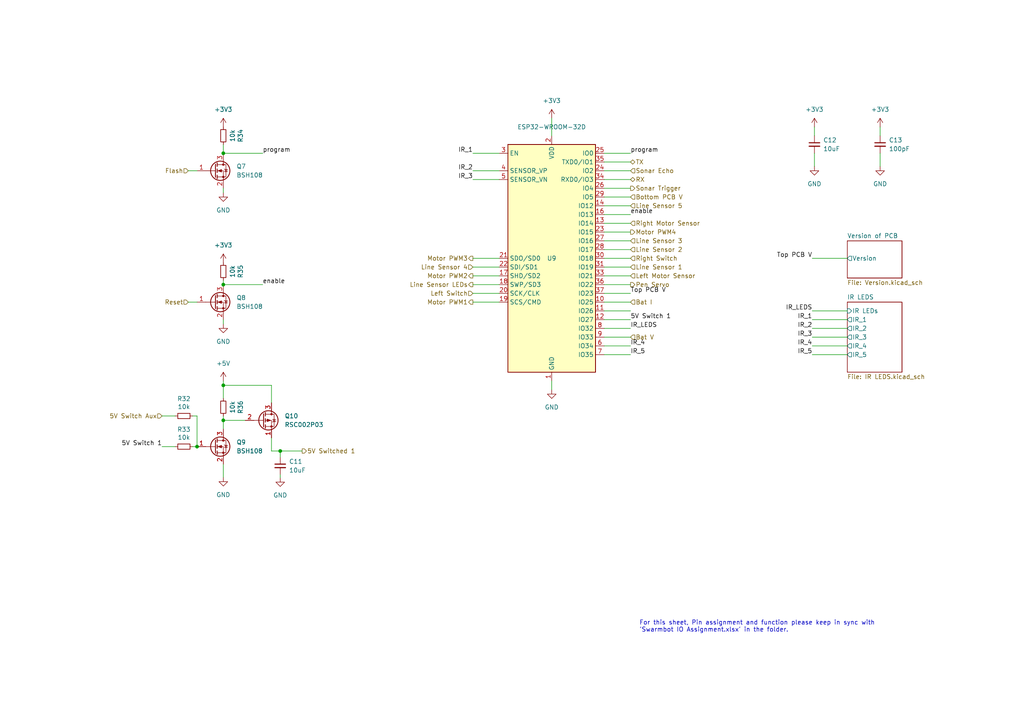
<source format=kicad_sch>
(kicad_sch (version 20210621) (generator eeschema)
  (paper "A4")
  (title_block (title "Swarmbot") (date "2021-11-21") (rev "0.2") (company "Squashed Fly") (comment 1 "Design by Philip McGaw"))
  (lib_symbols
    (symbol "Device:C_Small" (pin_numbers hide) (pin_names (offset 0.254) hide)
      (property "Reference" "C" (at 0.254 1.778 0))
      (property "Value" "C_Small" (at 0.254 -2.032 0))
      (symbol "C_Small_0_1"
        (polyline (pts (xy -1.524 -0.508) (xy 1.524 -0.508)) (stroke (width 0.3302)))
        (polyline (pts (xy -1.524 0.508) (xy 1.524 0.508)) (stroke (width 0.3048)))
      )
      (symbol "C_Small_1_1"
        (pin passive line (at 0 2.54 270) (length 2.032) (name "~") (number "1"))
        (pin passive line (at 0 -2.54 90) (length 2.032) (name "~") (number "2"))
      )
    )
    (symbol "Device:Q_NMOS_GSD" (pin_names (offset 0) hide)
      (property "Reference" "Q" (at 5.08 1.27 0))
      (property "Value" "Q_NMOS_GSD" (at 5.08 -1.27 0))
      (symbol "Q_NMOS_GSD_0_1"
        (polyline (pts (xy 0.254 0) (xy -2.54 0)))
        (polyline (pts (xy 0.254 1.905) (xy 0.254 -1.905)) (stroke (width 0.254)))
        (polyline (pts (xy 0.762 -1.27) (xy 0.762 -2.286)) (stroke (width 0.254)))
        (polyline (pts (xy 0.762 0.508) (xy 0.762 -0.508)) (stroke (width 0.254)))
        (polyline (pts (xy 0.762 2.286) (xy 0.762 1.27)) (stroke (width 0.254)))
        (polyline (pts (xy 2.54 2.54) (xy 2.54 1.778)))
        (polyline (pts (xy 2.54 -2.54) (xy 2.54 0) (xy 0.762 0)))
        (polyline (pts (xy 0.762 -1.778) (xy 3.302 -1.778) (xy 3.302 1.778) (xy 0.762 1.778)))
        (polyline (pts (xy 1.016 0) (xy 2.032 0.381) (xy 2.032 -0.381) (xy 1.016 0)) (fill (type outline)))
        (polyline (pts (xy 2.794 0.508) (xy 2.921 0.381) (xy 3.683 0.381) (xy 3.81 0.254)))
        (polyline (pts (xy 3.302 0.381) (xy 2.921 -0.254) (xy 3.683 -0.254) (xy 3.302 0.381)))
        (circle (center 1.651 0) (radius 2.794) (stroke (width 0.254)))
        (circle (center 2.54 -1.778) (radius 0.254) (fill (type outline)))
        (circle (center 2.54 1.778) (radius 0.254) (fill (type outline)))
      )
      (symbol "Q_NMOS_GSD_1_1"
        (pin input line (at -5.08 0 0) (length 2.54) (name "G") (number "1"))
        (pin passive line (at 2.54 -5.08 90) (length 2.54) (name "S") (number "2"))
        (pin passive line (at 2.54 5.08 270) (length 2.54) (name "D") (number "3"))
      )
    )
    (symbol "Device:Q_PMOS_SGD" (pin_names (offset 0) hide)
      (property "Reference" "Q" (at 5.08 1.27 0))
      (property "Value" "Q_PMOS_SGD" (at 5.08 -1.27 0))
      (symbol "Q_PMOS_SGD_0_1"
        (polyline (pts (xy 0.254 0) (xy -2.54 0)))
        (polyline (pts (xy 0.254 1.905) (xy 0.254 -1.905)) (stroke (width 0.254)))
        (polyline (pts (xy 0.762 -1.27) (xy 0.762 -2.286)) (stroke (width 0.254)))
        (polyline (pts (xy 0.762 0.508) (xy 0.762 -0.508)) (stroke (width 0.254)))
        (polyline (pts (xy 0.762 2.286) (xy 0.762 1.27)) (stroke (width 0.254)))
        (polyline (pts (xy 2.54 2.54) (xy 2.54 1.778)))
        (polyline (pts (xy 2.54 -2.54) (xy 2.54 0) (xy 0.762 0)))
        (polyline (pts (xy 0.762 1.778) (xy 3.302 1.778) (xy 3.302 -1.778) (xy 0.762 -1.778)))
        (polyline (pts (xy 2.286 0) (xy 1.27 0.381) (xy 1.27 -0.381) (xy 2.286 0)) (fill (type outline)))
        (polyline (pts (xy 2.794 -0.508) (xy 2.921 -0.381) (xy 3.683 -0.381) (xy 3.81 -0.254)))
        (polyline (pts (xy 3.302 -0.381) (xy 2.921 0.254) (xy 3.683 0.254) (xy 3.302 -0.381)))
        (circle (center 1.651 0) (radius 2.794) (stroke (width 0.254)))
        (circle (center 2.54 -1.778) (radius 0.254) (fill (type outline)))
        (circle (center 2.54 1.778) (radius 0.254) (fill (type outline)))
      )
      (symbol "Q_PMOS_SGD_1_1"
        (pin passive line (at 2.54 -5.08 90) (length 2.54) (name "S") (number "1"))
        (pin input line (at -5.08 0 0) (length 2.54) (name "G") (number "2"))
        (pin passive line (at 2.54 5.08 270) (length 2.54) (name "D") (number "3"))
      )
    )
    (symbol "Device:R_Small" (pin_numbers hide) (pin_names (offset 0.254) hide)
      (property "Reference" "R" (at 0.762 0.508 0))
      (property "Value" "R_Small" (at 0.762 -1.016 0))
      (symbol "R_Small_0_1"
        (rectangle (start -0.762 1.778) (end 0.762 -1.778) (stroke (width 0.2032)))
      )
      (symbol "R_Small_1_1"
        (pin passive line (at 0 2.54 270) (length 0.762) (name "~") (number "1"))
        (pin passive line (at 0 -2.54 90) (length 0.762) (name "~") (number "2"))
      )
    )
    (symbol "RF_Module:ESP32-WROOM-32D"
      (property "Reference" "U" (at -12.7 34.29 0))
      (property "Value" "ESP32-WROOM-32D" (at 1.27 34.29 0))
      (symbol "ESP32-WROOM-32D_0_1"
        (rectangle (start -12.7 33.02) (end 12.7 -33.02) (stroke (width 0.254)) (fill (type background)))
      )
      (symbol "ESP32-WROOM-32D_1_1"
        (pin power_in line (at 0 -35.56 90) (length 2.54) (name "GND") (number "1"))
        (pin bidirectional line (at 15.24 -12.7 180) (length 2.54) (name "IO25") (number "10"))
        (pin bidirectional line (at 15.24 -15.24 180) (length 2.54) (name "IO26") (number "11"))
        (pin bidirectional line (at 15.24 -17.78 180) (length 2.54) (name "IO27") (number "12"))
        (pin bidirectional line (at 15.24 10.16 180) (length 2.54) (name "IO14") (number "13"))
        (pin bidirectional line (at 15.24 15.24 180) (length 2.54) (name "IO12") (number "14"))
        (pin passive line (at 0 -35.56 90) (length 2.54) hide (name "GND") (number "15"))
        (pin bidirectional line (at 15.24 12.7 180) (length 2.54) (name "IO13") (number "16"))
        (pin bidirectional line (at -15.24 -5.08 0) (length 2.54) (name "SHD/SD2") (number "17"))
        (pin bidirectional line (at -15.24 -7.62 0) (length 2.54) (name "SWP/SD3") (number "18"))
        (pin bidirectional line (at -15.24 -12.7 0) (length 2.54) (name "SCS/CMD") (number "19"))
        (pin power_in line (at 0 35.56 270) (length 2.54) (name "VDD") (number "2"))
        (pin bidirectional line (at -15.24 -10.16 0) (length 2.54) (name "SCK/CLK") (number "20"))
        (pin bidirectional line (at -15.24 0 0) (length 2.54) (name "SDO/SD0") (number "21"))
        (pin bidirectional line (at -15.24 -2.54 0) (length 2.54) (name "SDI/SD1") (number "22"))
        (pin bidirectional line (at 15.24 7.62 180) (length 2.54) (name "IO15") (number "23"))
        (pin bidirectional line (at 15.24 25.4 180) (length 2.54) (name "IO2") (number "24"))
        (pin bidirectional line (at 15.24 30.48 180) (length 2.54) (name "IO0") (number "25"))
        (pin bidirectional line (at 15.24 20.32 180) (length 2.54) (name "IO4") (number "26"))
        (pin bidirectional line (at 15.24 5.08 180) (length 2.54) (name "IO16") (number "27"))
        (pin bidirectional line (at 15.24 2.54 180) (length 2.54) (name "IO17") (number "28"))
        (pin bidirectional line (at 15.24 17.78 180) (length 2.54) (name "IO5") (number "29"))
        (pin input line (at -15.24 30.48 0) (length 2.54) (name "EN") (number "3"))
        (pin bidirectional line (at 15.24 0 180) (length 2.54) (name "IO18") (number "30"))
        (pin bidirectional line (at 15.24 -2.54 180) (length 2.54) (name "IO19") (number "31"))
        (pin no_connect line (at -12.7 -27.94 0) (length 2.54) hide (name "NC") (number "32"))
        (pin bidirectional line (at 15.24 -5.08 180) (length 2.54) (name "IO21") (number "33"))
        (pin bidirectional line (at 15.24 22.86 180) (length 2.54) (name "RXD0/IO3") (number "34"))
        (pin bidirectional line (at 15.24 27.94 180) (length 2.54) (name "TXD0/IO1") (number "35"))
        (pin bidirectional line (at 15.24 -7.62 180) (length 2.54) (name "IO22") (number "36"))
        (pin bidirectional line (at 15.24 -10.16 180) (length 2.54) (name "IO23") (number "37"))
        (pin passive line (at 0 -35.56 90) (length 2.54) hide (name "GND") (number "38"))
        (pin passive line (at 0 -35.56 90) (length 2.54) hide (name "GND") (number "39"))
        (pin input line (at -15.24 25.4 0) (length 2.54) (name "SENSOR_VP") (number "4"))
        (pin input line (at -15.24 22.86 0) (length 2.54) (name "SENSOR_VN") (number "5"))
        (pin input line (at 15.24 -25.4 180) (length 2.54) (name "IO34") (number "6"))
        (pin input line (at 15.24 -27.94 180) (length 2.54) (name "IO35") (number "7"))
        (pin bidirectional line (at 15.24 -20.32 180) (length 2.54) (name "IO32") (number "8"))
        (pin bidirectional line (at 15.24 -22.86 180) (length 2.54) (name "IO33") (number "9"))
      )
    )
    (symbol "power:+3V3" (power) (pin_names (offset 0))
      (property "Value" "+3V3" (at 0 3.556 0))
      (symbol "+3V3_0_1"
        (polyline (pts (xy -0.762 1.27) (xy 0 2.54)))
        (polyline (pts (xy 0 0) (xy 0 2.54)))
        (polyline (pts (xy 0 2.54) (xy 0.762 1.27)))
      )
      (symbol "+3V3_1_1"
        (pin power_in line (at 0 0 90) (length 0) hide (name "+3V3") (number "1"))
      )
    )
    (symbol "power:+5V" (power) (pin_names (offset 0))
      (property "Value" "+5V" (at 0 3.556 0))
      (symbol "+5V_0_1"
        (polyline (pts (xy -0.762 1.27) (xy 0 2.54)))
        (polyline (pts (xy 0 0) (xy 0 2.54)))
        (polyline (pts (xy 0 2.54) (xy 0.762 1.27)))
      )
      (symbol "+5V_1_1"
        (pin power_in line (at 0 0 90) (length 0) hide (name "+5V") (number "1"))
      )
    )
    (symbol "power:GND" (power) (pin_names (offset 0))
      (property "Value" "GND" (at 0 -3.81 0))
      (symbol "GND_0_1"
        (polyline (pts (xy 0 0) (xy 0 -1.27) (xy 1.27 -1.27) (xy 0 -2.54) (xy -1.27 -1.27) (xy 0 -1.27)))
      )
      (symbol "GND_1_1"
        (pin power_in line (at 0 0 270) (length 0) hide (name "GND") (number "1"))
      )
    )
  )
  (junction (at 64.77 82.55))
  (junction (at 57.15 129.54))
  (junction (at 81.28 130.81))
  (junction (at 64.77 121.92))
  (junction (at 64.77 111.76))
  (junction (at 64.77 44.45))
  (wire (pts (xy 235.585 90.17) (xy 245.745 90.17)))
  (wire (pts (xy 175.26 62.23) (xy 182.88 62.23)))
  (wire (pts (xy 235.585 102.87) (xy 245.745 102.87)))
  (wire (pts (xy 175.26 44.45) (xy 182.88 44.45)))
  (wire (pts (xy 175.26 46.99) (xy 182.88 46.99)))
  (wire (pts (xy 235.585 74.93) (xy 245.745 74.93)))
  (wire (pts (xy 64.77 121.92) (xy 71.12 121.92)))
  (wire (pts (xy 64.77 121.92) (xy 64.77 124.46)))
  (wire (pts (xy 175.26 59.69) (xy 182.88 59.69)))
  (wire (pts (xy 81.28 130.81) (xy 87.63 130.81)))
  (wire (pts (xy 175.26 69.85) (xy 182.88 69.85)))
  (wire (pts (xy 57.15 120.65) (xy 57.15 129.54)))
  (wire (pts (xy 55.88 120.65) (xy 57.15 120.65)))
  (wire (pts (xy 64.77 92.71) (xy 64.77 93.98)))
  (wire (pts (xy 137.16 74.93) (xy 144.78 74.93)))
  (wire (pts (xy 78.74 130.81) (xy 78.74 127)))
  (wire (pts (xy 81.28 130.81) (xy 78.74 130.81)))
  (wire (pts (xy 160.02 110.49) (xy 160.02 113.03)))
  (wire (pts (xy 55.88 129.54) (xy 57.15 129.54)))
  (wire (pts (xy 255.27 36.83) (xy 255.27 39.37)))
  (wire (pts (xy 144.78 52.07) (xy 137.16 52.07)))
  (wire (pts (xy 175.26 52.07) (xy 182.88 52.07)))
  (wire (pts (xy 175.26 54.61) (xy 182.88 54.61)))
  (wire (pts (xy 64.77 134.62) (xy 64.77 138.43)))
  (wire (pts (xy 236.22 36.83) (xy 236.22 39.37)))
  (wire (pts (xy 64.77 82.55) (xy 76.2 82.55)))
  (wire (pts (xy 137.16 87.63) (xy 144.78 87.63)))
  (wire (pts (xy 175.26 92.71) (xy 182.88 92.71)))
  (wire (pts (xy 64.77 81.28) (xy 64.77 82.55)))
  (wire (pts (xy 175.26 95.25) (xy 182.88 95.25)))
  (wire (pts (xy 255.27 44.45) (xy 255.27 48.26)))
  (wire (pts (xy 64.77 120.65) (xy 64.77 121.92)))
  (wire (pts (xy 175.26 100.33) (xy 182.88 100.33)))
  (wire (pts (xy 175.26 49.53) (xy 182.88 49.53)))
  (wire (pts (xy 81.28 137.668) (xy 81.28 138.557)))
  (wire (pts (xy 64.77 41.91) (xy 64.77 44.45)))
  (wire (pts (xy 64.77 54.61) (xy 64.77 55.88)))
  (wire (pts (xy 64.77 44.45) (xy 76.2 44.45)))
  (wire (pts (xy 81.28 130.81) (xy 81.28 132.588)))
  (wire (pts (xy 175.26 82.55) (xy 182.88 82.55)))
  (wire (pts (xy 54.61 87.63) (xy 57.15 87.63)))
  (wire (pts (xy 245.745 97.79) (xy 235.585 97.79)))
  (wire (pts (xy 137.16 77.47) (xy 144.78 77.47)))
  (wire (pts (xy 175.26 57.15) (xy 182.88 57.15)))
  (wire (pts (xy 175.26 85.09) (xy 182.88 85.09)))
  (wire (pts (xy 235.585 95.25) (xy 245.745 95.25)))
  (wire (pts (xy 235.585 100.33) (xy 245.745 100.33)))
  (wire (pts (xy 175.26 64.77) (xy 182.88 64.77)))
  (wire (pts (xy 175.26 74.93) (xy 182.88 74.93)))
  (wire (pts (xy 175.26 67.31) (xy 182.88 67.31)))
  (wire (pts (xy 175.26 97.79) (xy 182.88 97.79)))
  (wire (pts (xy 54.61 49.53) (xy 57.15 49.53)))
  (wire (pts (xy 137.16 80.01) (xy 144.78 80.01)))
  (wire (pts (xy 236.22 44.45) (xy 236.22 48.26)))
  (wire (pts (xy 137.16 82.55) (xy 144.78 82.55)))
  (wire (pts (xy 175.26 87.63) (xy 182.88 87.63)))
  (wire (pts (xy 46.99 120.65) (xy 50.8 120.65)))
  (wire (pts (xy 137.16 44.45) (xy 144.78 44.45)))
  (wire (pts (xy 64.77 111.76) (xy 64.77 115.57)))
  (wire (pts (xy 137.16 49.53) (xy 144.78 49.53)))
  (wire (pts (xy 137.16 85.09) (xy 144.78 85.09)))
  (wire (pts (xy 46.99 129.54) (xy 50.8 129.54)))
  (wire (pts (xy 64.77 110.49) (xy 64.77 111.76)))
  (wire (pts (xy 64.77 111.76) (xy 78.74 111.76)))
  (wire (pts (xy 78.74 111.76) (xy 78.74 116.84)))
  (wire (pts (xy 175.26 90.17) (xy 182.88 90.17)))
  (wire (pts (xy 235.585 92.71) (xy 245.745 92.71)))
  (wire (pts (xy 175.26 80.01) (xy 182.88 80.01)))
  (wire (pts (xy 175.26 72.39) (xy 182.88 72.39)))
  (wire (pts (xy 160.02 34.29) (xy 160.02 39.37)))
  (wire (pts (xy 175.26 77.47) (xy 182.88 77.47)))
  (wire (pts (xy 175.26 102.87) (xy 182.88 102.87)))
  (text "For this sheet, Pin assignment and function please keep in sync with \n'Swarmbot IO Assignment.xlsx' in the folder." (at 185.42 183.515 0) (effects (font (size 1.27 1.27)) (justify left bottom)))
  (label "Top PCB V" (at 182.88 85.09 0))
  (label "IR_5" (at 182.88 102.87 0))
  (label "IR_1" (at 235.585 92.71 180))
  (label "IR_2" (at 137.16 49.53 180))
  (label "enable" (at 182.88 62.23 0))
  (label "IR_LEDS" (at 235.585 90.17 180))
  (label "IR_3" (at 235.585 97.79 180))
  (label "IR_4" (at 182.88 100.33 0))
  (label "5V Switch 1" (at 46.99 129.54 180))
  (label "enable" (at 76.2 82.55 0))
  (label "IR_1" (at 137.16 44.45 180))
  (label "5V Switch 1" (at 182.88 92.71 0))
  (label "IR_2" (at 235.585 95.25 180))
  (label "program" (at 76.2 44.45 0))
  (label "IR_LEDS" (at 182.88 95.25 0))
  (label "Top PCB V" (at 235.585 74.93 180))
  (label "IR_3" (at 137.16 52.07 180))
  (label "IR_5" (at 235.585 102.87 180))
  (label "program" (at 182.88 44.45 0))
  (label "IR_4" (at 235.585 100.33 180))
  (hierarchical_label "TX" (shape bidirectional) (at 182.88 46.99 0))
  (hierarchical_label "Motor PWM3" (shape output) (at 137.16 74.93 180))
  (hierarchical_label "Right Switch" (shape input) (at 182.88 74.93 0))
  (hierarchical_label "Left Motor Sensor" (shape input) (at 182.88 80.01 0))
  (hierarchical_label "5V Switched 1" (shape output) (at 87.63 130.81 0))
  (hierarchical_label "Sonar Trigger" (shape output) (at 182.88 54.61 0))
  (hierarchical_label "Bat V" (shape input) (at 182.88 97.79 0))
  (hierarchical_label "Line Sensor 4" (shape input) (at 137.16 77.47 180))
  (hierarchical_label "Sonar Echo" (shape input) (at 182.88 49.53 0))
  (hierarchical_label "Right Motor Sensor" (shape input) (at 182.88 64.77 0))
  (hierarchical_label "Line Sensor 3" (shape input) (at 182.88 69.85 0))
  (hierarchical_label "Flash" (shape input) (at 54.61 49.53 180))
  (hierarchical_label "5V Switch Aux" (shape input) (at 46.99 120.65 180))
  (hierarchical_label "Reset" (shape input) (at 54.61 87.63 180))
  (hierarchical_label "Line Sensor 5" (shape input) (at 182.88 59.69 0))
  (hierarchical_label "Motor PWM4" (shape output) (at 182.88 67.31 0))
  (hierarchical_label "Bottom PCB V" (shape input) (at 182.88 57.15 0))
  (hierarchical_label "Line Sensor 1" (shape input) (at 182.88 77.47 0))
  (hierarchical_label "Pen Servo" (shape output) (at 182.88 82.55 0))
  (hierarchical_label "Motor PWM2" (shape output) (at 137.16 80.01 180))
  (hierarchical_label "Bat I" (shape input) (at 182.88 87.63 0))
  (hierarchical_label "Line Sensor LEDs" (shape output) (at 137.16 82.55 180))
  (hierarchical_label "Line Sensor 2" (shape input) (at 182.88 72.39 0))
  (hierarchical_label "Motor PWM1" (shape output) (at 137.16 87.63 180))
  (hierarchical_label "Left Switch" (shape input) (at 137.16 85.09 180))
  (hierarchical_label "RX" (shape bidirectional) (at 182.88 52.07 0))
  (symbol (lib_id "power:+5V") (at 64.77 110.49 0) (unit 1)
    (property "Reference" "#PWR030" (effects hide))
    (property "Value" "+5V" (at 64.77 105.41 0))
  )
  (symbol (lib_id "power:GND") (at 64.77 93.98 0) (unit 1)
    (property "Reference" "#PWR029" (effects hide))
    (property "Value" "GND" (at 64.77 99.06 0))
  )
  (symbol (lib_id "power:+3V3") (at 64.77 36.83 0) (unit 1)
    (property "Reference" "#PWR026" (effects hide))
    (property "Value" "+3V3" (at 64.77 31.75 0))
  )
  (symbol (lib_id "Device:C_Small") (at 236.22 41.91 0) (unit 1)
    (property "Reference" "C12" (at 238.76 40.6399 0) (effects (justify left)))
    (property "Value" "10uF" (at 238.76 43.1799 0) (effects (justify left)))
    (property "Footprint" "Capacitor_SMD:C_0805_2012Metric_Pad1.18x1.45mm_HandSolder" (effects hide))
  )
  (symbol (lib_id "Device:R_Small") (at 53.34 129.54 270) (unit 1)
    (property "Reference" "R33" (at 53.34 124.5616 90))
    (property "Value" "10k" (at 53.34 126.873 90))
    (property "Footprint" "Resistor_SMD:R_0805_2012Metric_Pad1.20x1.40mm_HandSolder" (effects hide))
  )
  (symbol (lib_id "Device:R_Small") (at 64.77 118.11 180) (unit 1)
    (property "Reference" "R36" (at 69.7484 118.11 90))
    (property "Value" "10k" (at 67.437 118.11 90))
    (property "Footprint" "Resistor_SMD:R_0805_2012Metric_Pad1.20x1.40mm_HandSolder" (effects hide))
  )
  (symbol (lib_id "Device:R_Small") (at 53.34 120.65 270) (unit 1)
    (property "Reference" "R32" (at 53.34 115.6716 90))
    (property "Value" "10k" (at 53.34 117.983 90))
    (property "Footprint" "Resistor_SMD:R_0805_2012Metric_Pad1.20x1.40mm_HandSolder" (effects hide))
  )
  (symbol (lib_id "power:+3V3") (at 255.27 36.83 0) (unit 1)
    (property "Reference" "#PWR037" (effects hide))
    (property "Value" "+3V3" (at 255.27 31.75 0))
  )
  (symbol (lib_id "power:GND") (at 64.77 138.43 0) (unit 1)
    (property "Reference" "#PWR031" (effects hide))
    (property "Value" "GND" (at 64.77 143.51 0))
  )
  (symbol (lib_id "Device:C_Small") (at 81.28 135.128 0) (unit 1)
    (property "Reference" "C11" (at 83.82 133.8579 0) (effects (justify left)))
    (property "Value" "10uF" (at 83.82 136.3979 0) (effects (justify left)))
    (property "Footprint" "Capacitor_SMD:C_0805_2012Metric_Pad1.18x1.45mm_HandSolder" (effects hide))
  )
  (symbol (lib_id "power:+3V3") (at 64.77 76.2 0) (unit 1)
    (property "Reference" "#PWR028" (effects hide))
    (property "Value" "+3V3" (at 64.77 71.12 0))
  )
  (symbol (lib_id "RF_Module:ESP32-WROOM-32D") (at 160.02 74.93 0) (unit 1)
    (property "Reference" "U9" (at 160.02 74.93 0))
    (property "Value" "ESP32-WROOM-32D" (at 160.02 36.83 0))
    (property "Footprint" "RF_Module:ESP32-WROOM-32" (effects hide))
    (property "Datasheet" "https://www.espressif.com/sites/default/files/documentation/esp32-wroom-32d_esp32-wroom-32u_datasheet_en.pdf" (effects hide))
  )
  (symbol (lib_id "Device:Q_NMOS_GSD") (at 62.23 129.54 0) (unit 1)
    (property "Reference" "Q9" (at 68.58 128.2699 0) (effects (justify left)))
    (property "Value" "BSH108" (at 68.58 130.8099 0) (effects (justify left)))
    (property "Footprint" "Package_TO_SOT_SMD:SOT-23" (effects hide))
    (property "Farnell" "1758067" (effects hide))
  )
  (symbol (lib_id "Device:C_Small") (at 255.27 41.91 0) (unit 1)
    (property "Reference" "C13" (at 257.81 40.6399 0) (effects (justify left)))
    (property "Value" "100pF" (at 257.81 43.1799 0) (effects (justify left)))
    (property "Footprint" "Capacitor_SMD:C_0805_2012Metric_Pad1.18x1.45mm_HandSolder" (effects hide))
  )
  (symbol (lib_id "power:+3V3") (at 236.22 36.83 0) (unit 1)
    (property "Reference" "#PWR035" (effects hide))
    (property "Value" "+3V3" (at 236.22 31.75 0))
  )
  (symbol (lib_id "power:+3V3") (at 160.02 34.29 0) (unit 1)
    (property "Reference" "#PWR033" (effects hide))
    (property "Value" "+3V3" (at 160.02 29.21 0))
  )
  (symbol (lib_id "Device:Q_PMOS_SGD") (at 76.2 121.92 0) (unit 1)
    (property "Reference" "Q10" (at 82.55 120.6499 0) (effects (justify left)))
    (property "Value" "RSC002P03" (at 82.55 123.1899 0) (effects (justify left)))
    (property "Footprint" "Package_TO_SOT_SMD:SOT-23" (effects hide))
    (property "Farnell" "2706652" (effects hide))
  )
  (symbol (lib_id "Device:R_Small") (at 64.77 78.74 180) (unit 1)
    (property "Reference" "R35" (at 69.7484 78.74 90))
    (property "Value" "10k" (at 67.437 78.74 90))
    (property "Footprint" "Resistor_SMD:R_0805_2012Metric_Pad1.20x1.40mm_HandSolder" (effects hide))
  )
  (symbol (lib_id "Device:Q_NMOS_GSD") (at 62.23 49.53 0) (unit 1)
    (property "Reference" "Q7" (at 68.58 48.2599 0) (effects (justify left)))
    (property "Value" "BSH108" (at 68.58 50.7999 0) (effects (justify left)))
    (property "Footprint" "Package_TO_SOT_SMD:SOT-23" (effects hide))
    (property "Farnell" "1758067" (effects hide))
  )
  (symbol (lib_id "Device:R_Small") (at 64.77 39.37 180) (unit 1)
    (property "Reference" "R34" (at 69.7484 39.37 90))
    (property "Value" "10k" (at 67.437 39.37 90))
    (property "Footprint" "Resistor_SMD:R_0805_2012Metric_Pad1.20x1.40mm_HandSolder" (effects hide))
  )
  (symbol (lib_id "power:GND") (at 81.28 138.557 0) (unit 1)
    (property "Reference" "#PWR032" (effects hide))
    (property "Value" "GND" (at 81.28 143.637 0))
  )
  (symbol (lib_id "power:GND") (at 255.27 48.26 0) (unit 1)
    (property "Reference" "#PWR038" (effects hide))
    (property "Value" "GND" (at 255.27 53.34 0))
  )
  (symbol (lib_id "Device:Q_NMOS_GSD") (at 62.23 87.63 0) (unit 1)
    (property "Reference" "Q8" (at 68.58 86.3599 0) (effects (justify left)))
    (property "Value" "BSH108" (at 68.58 88.8999 0) (effects (justify left)))
    (property "Footprint" "Package_TO_SOT_SMD:SOT-23" (effects hide))
    (property "Farnell" "1758067" (effects hide))
  )
  (symbol (lib_id "power:GND") (at 160.02 113.03 0) (unit 1)
    (property "Reference" "#PWR034" (effects hide))
    (property "Value" "GND" (at 160.02 118.11 0))
  )
  (symbol (lib_id "power:GND") (at 236.22 48.26 0) (unit 1)
    (property "Reference" "#PWR036" (effects hide))
    (property "Value" "GND" (at 236.22 53.34 0))
  )
  (symbol (lib_id "power:GND") (at 64.77 55.88 0) (unit 1)
    (property "Reference" "#PWR027" (effects hide))
    (property "Value" "GND" (at 64.77 60.96 0))
  )
  (sheet (at 245.745 87.63) (size 15.875 20.32) (stroke (width 0.1524))
    (property "Sheet name" "IR LEDS" (at 245.745 86.9184 0) (effects (justify left bottom)))
    (property "Sheet file" "IR LEDS.kicad_sch" (at 245.745 108.5346 0) (effects (justify left top)))
    (pin "IR LEDs" input (at 245.745 90.17 180))
    (pin "IR_2" output (at 245.745 95.25 180))
    (pin "IR_3" output (at 245.745 97.79 180))
    (pin "IR_5" output (at 245.745 102.87 180))
    (pin "IR_1" output (at 245.745 92.71 180))
    (pin "IR_4" output (at 245.745 100.33 180))
  )
  (sheet (at 245.745 69.85) (size 15.875 10.795) (stroke (width 0.1524))
    (property "Sheet name" "Version of PCB" (at 245.745 69.1384 0) (effects (justify left bottom)))
    (property "Sheet file" "Version.kicad_sch" (at 245.745 81.2296 0) (effects (justify left top)))
    (pin "Version" output (at 245.745 74.93 180))
  )
)
</source>
